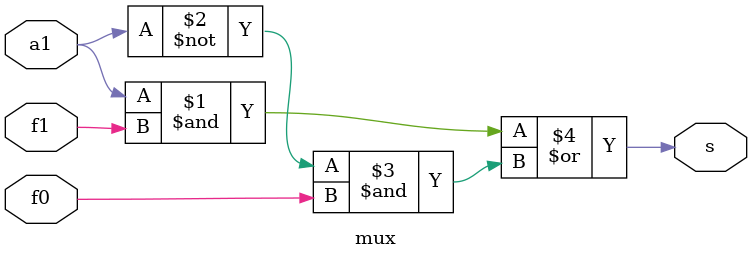
<source format=v>
module s2f0(s2f0, a0, b1, b0);
	input a0, b1, b0;
	output s2f0;
	assign s2f0 = (a0 & b1 & b0);
	
endmodule

module s2f1(s2f1, a0, b1, b0);
	input a0, b1, b0;
	output s2f1;
	assign s2f1 = b1 | (a0 & b0);

endmodule

module s1f0(s1f0, a0, b1, b0);
	input a0, b1, b0;
	output s1f0;
	assign s1f0 = (~a0 & b1) | (b1 & ~b0) | (a0 & ~b1 & b0);

endmodule

module s1f1(s1f1, a0, b1, b0);
	input a0, b0, b1;
	output s1f1;
	assign s1f1 = (~a0 & ~b1) | (~b1 & ~b0) | (a0 & b1 & b0);
	
endmodule

module s0(s0, a0, b1, b0);
	input a0, b1, b0;
	output s0;
	assign s0 = a0 ^ b0;

endmodule

module mux(s, a1, f1, f0);
	input a1, f1, f0;
	output s;
	assign s = (a1 & f1) | (~a1 & f0);
	
endmodule

</source>
